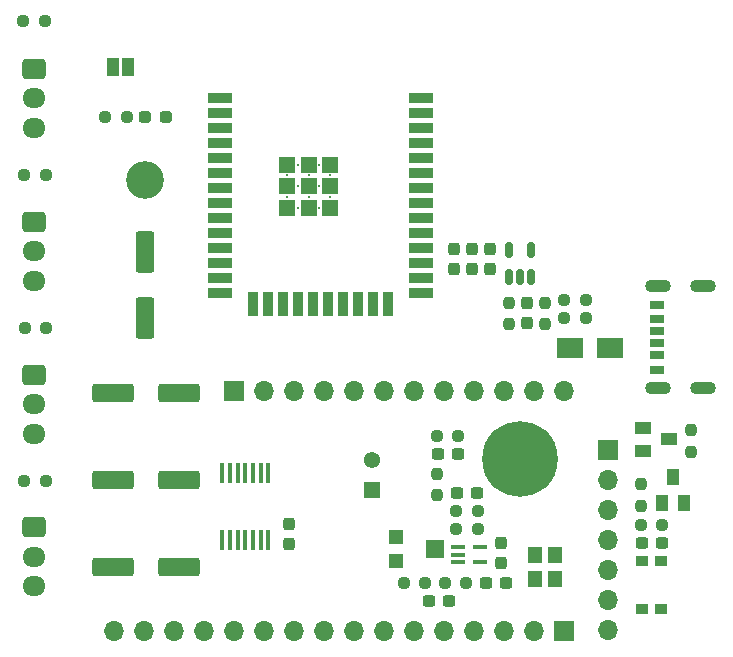
<source format=gbr>
%TF.GenerationSoftware,KiCad,Pcbnew,(6.0.0-0)*%
%TF.CreationDate,2022-01-22T21:55:44+01:00*%
%TF.ProjectId,GlowCore,476c6f77-436f-4726-952e-6b696361645f,rev?*%
%TF.SameCoordinates,Original*%
%TF.FileFunction,Soldermask,Top*%
%TF.FilePolarity,Negative*%
%FSLAX46Y46*%
G04 Gerber Fmt 4.6, Leading zero omitted, Abs format (unit mm)*
G04 Created by KiCad (PCBNEW (6.0.0-0)) date 2022-01-22 21:55:44*
%MOMM*%
%LPD*%
G01*
G04 APERTURE LIST*
G04 Aperture macros list*
%AMRoundRect*
0 Rectangle with rounded corners*
0 $1 Rounding radius*
0 $2 $3 $4 $5 $6 $7 $8 $9 X,Y pos of 4 corners*
0 Add a 4 corners polygon primitive as box body*
4,1,4,$2,$3,$4,$5,$6,$7,$8,$9,$2,$3,0*
0 Add four circle primitives for the rounded corners*
1,1,$1+$1,$2,$3*
1,1,$1+$1,$4,$5*
1,1,$1+$1,$6,$7*
1,1,$1+$1,$8,$9*
0 Add four rect primitives between the rounded corners*
20,1,$1+$1,$2,$3,$4,$5,0*
20,1,$1+$1,$4,$5,$6,$7,0*
20,1,$1+$1,$6,$7,$8,$9,0*
20,1,$1+$1,$8,$9,$2,$3,0*%
G04 Aperture macros list end*
%ADD10RoundRect,0.237500X-0.300000X-0.237500X0.300000X-0.237500X0.300000X0.237500X-0.300000X0.237500X0*%
%ADD11RoundRect,0.237500X-0.250000X-0.237500X0.250000X-0.237500X0.250000X0.237500X-0.250000X0.237500X0*%
%ADD12C,0.300000*%
%ADD13R,1.330000X1.330000*%
%ADD14R,2.000000X0.900000*%
%ADD15R,0.900000X2.000000*%
%ADD16R,1.200000X0.400000*%
%ADD17R,2.209800X1.701800*%
%ADD18RoundRect,0.237500X-0.237500X0.250000X-0.237500X-0.250000X0.237500X-0.250000X0.237500X0.250000X0*%
%ADD19R,1.400000X1.000000*%
%ADD20R,1.200000X0.700000*%
%ADD21R,1.200000X0.760000*%
%ADD22R,1.200000X0.800000*%
%ADD23O,2.200000X1.100000*%
%ADD24RoundRect,0.250000X-0.725000X0.600000X-0.725000X-0.600000X0.725000X-0.600000X0.725000X0.600000X0*%
%ADD25O,1.950000X1.700000*%
%ADD26R,1.700000X1.700000*%
%ADD27O,1.700000X1.700000*%
%ADD28R,1.200000X1.470000*%
%ADD29RoundRect,0.237500X-0.237500X0.300000X-0.237500X-0.300000X0.237500X-0.300000X0.237500X0.300000X0*%
%ADD30R,1.000000X0.900000*%
%ADD31RoundRect,0.250000X0.550000X-1.500000X0.550000X1.500000X-0.550000X1.500000X-0.550000X-1.500000X0*%
%ADD32C,6.400000*%
%ADD33RoundRect,0.237500X0.287500X0.237500X-0.287500X0.237500X-0.287500X-0.237500X0.287500X-0.237500X0*%
%ADD34RoundRect,0.237500X0.237500X-0.250000X0.237500X0.250000X-0.237500X0.250000X-0.237500X-0.250000X0*%
%ADD35RoundRect,0.250000X1.500000X0.550000X-1.500000X0.550000X-1.500000X-0.550000X1.500000X-0.550000X0*%
%ADD36RoundRect,0.237500X0.237500X-0.300000X0.237500X0.300000X-0.237500X0.300000X-0.237500X-0.300000X0*%
%ADD37RoundRect,0.237500X0.300000X0.237500X-0.300000X0.237500X-0.300000X-0.237500X0.300000X-0.237500X0*%
%ADD38R,1.000000X1.500000*%
%ADD39R,1.000000X1.400000*%
%ADD40R,1.378000X1.378000*%
%ADD41C,1.378000*%
%ADD42RoundRect,0.237500X0.250000X0.237500X-0.250000X0.237500X-0.250000X-0.237500X0.250000X-0.237500X0*%
%ADD43R,0.355600X1.676400*%
%ADD44C,3.200000*%
%ADD45R,1.200000X1.200000*%
%ADD46R,1.500000X1.600000*%
%ADD47RoundRect,0.150000X0.150000X-0.512500X0.150000X0.512500X-0.150000X0.512500X-0.150000X-0.512500X0*%
G04 APERTURE END LIST*
D10*
%TO.C,C10*%
X158014500Y-120015000D03*
X159739500Y-120015000D03*
%TD*%
D11*
%TO.C,R22*%
X158625200Y-130937000D03*
X160450200Y-130937000D03*
%TD*%
D12*
%TO.C,U7*%
X148017400Y-99156800D03*
X146182400Y-99156800D03*
X148934900Y-98239300D03*
X147099900Y-98239300D03*
X145264900Y-98239300D03*
X148017400Y-97321800D03*
X146182400Y-97321800D03*
X148934900Y-96404300D03*
X147099900Y-96404300D03*
X145264900Y-96404300D03*
X148017400Y-95486800D03*
X146182400Y-95486800D03*
D13*
X148934900Y-99156800D03*
X147099900Y-99156800D03*
X145264900Y-99156800D03*
X148934900Y-97321800D03*
X147099900Y-97321800D03*
X145264900Y-97321800D03*
X148934900Y-95486800D03*
X147099900Y-95486800D03*
X145264900Y-95486800D03*
D14*
X156599900Y-89821800D03*
X156599900Y-91091800D03*
X156599900Y-92361800D03*
X156599900Y-93631800D03*
X156599900Y-94901800D03*
X156599900Y-96171800D03*
X156599900Y-97441800D03*
X156599900Y-98711800D03*
X156599900Y-99981800D03*
X156599900Y-101251800D03*
X156599900Y-102521800D03*
X156599900Y-103791800D03*
X156599900Y-105061800D03*
X156599900Y-106331800D03*
D15*
X153814900Y-107331800D03*
X152544900Y-107331800D03*
X151274900Y-107331800D03*
X150004900Y-107331800D03*
X148734900Y-107331800D03*
X147464900Y-107331800D03*
X146194900Y-107331800D03*
X144924900Y-107331800D03*
X143654900Y-107331800D03*
X142384900Y-107331800D03*
D14*
X139599900Y-106331800D03*
X139599900Y-105061800D03*
X139599900Y-103791800D03*
X139599900Y-102521800D03*
X139599900Y-101251800D03*
X139599900Y-99981800D03*
X139599900Y-98711800D03*
X139599900Y-97441800D03*
X139599900Y-96171800D03*
X139599900Y-94901800D03*
X139599900Y-93631800D03*
X139599900Y-92361800D03*
X139599900Y-91091800D03*
X139599900Y-89821800D03*
%TD*%
D11*
%TO.C,R7*%
X123063000Y-109307000D03*
X124888000Y-109307000D03*
%TD*%
%TO.C,R11*%
X129897500Y-91440000D03*
X131722500Y-91440000D03*
%TD*%
D16*
%TO.C,IC1*%
X159730700Y-127874000D03*
X159730700Y-128524000D03*
X159730700Y-129174000D03*
X161630700Y-129174000D03*
X161630700Y-127874000D03*
%TD*%
D17*
%TO.C,U6*%
X169240200Y-110998000D03*
X172643800Y-110998000D03*
%TD*%
D18*
%TO.C,R17*%
X179451000Y-117959500D03*
X179451000Y-119784500D03*
%TD*%
D19*
%TO.C,Q2*%
X175430000Y-117795000D03*
X175430000Y-119695000D03*
X177630000Y-118745000D03*
%TD*%
D20*
%TO.C,J2*%
X176587000Y-110609000D03*
D21*
X176587000Y-108589000D03*
D22*
X176587000Y-107359000D03*
D20*
X176587000Y-109609000D03*
D21*
X176587000Y-111629000D03*
D22*
X176587000Y-112859000D03*
D23*
X180467000Y-114429000D03*
X180467000Y-105789000D03*
X176667000Y-114429000D03*
X176667000Y-105789000D03*
%TD*%
D11*
%TO.C,R8*%
X123039500Y-96353000D03*
X124864500Y-96353000D03*
%TD*%
D24*
%TO.C,LED3*%
X123825000Y-100330000D03*
D25*
X123825000Y-102830000D03*
X123825000Y-105330000D03*
%TD*%
D26*
%TO.C,JP2*%
X168710000Y-135001000D03*
D27*
X166170000Y-135001000D03*
X163630000Y-135001000D03*
X161090000Y-135001000D03*
X158550000Y-135001000D03*
X156010000Y-135001000D03*
X153470000Y-135001000D03*
X150930000Y-135001000D03*
X148390000Y-135001000D03*
X145850000Y-135001000D03*
X143310000Y-135001000D03*
X140770000Y-135001000D03*
X138230000Y-135001000D03*
X135690000Y-135001000D03*
X133150000Y-135001000D03*
X130610000Y-135001000D03*
%TD*%
D28*
%TO.C,FB1*%
X167963000Y-128524000D03*
X166243000Y-128524000D03*
%TD*%
D29*
%TO.C,C2*%
X162433000Y-102642500D03*
X162433000Y-104367500D03*
%TD*%
D30*
%TO.C,RESET1*%
X175349000Y-133114000D03*
X175349000Y-129014000D03*
X176949000Y-133114000D03*
X176949000Y-129014000D03*
%TD*%
D11*
%TO.C,R6*%
X123039500Y-122261000D03*
X124864500Y-122261000D03*
%TD*%
D24*
%TO.C,LED1*%
X123825000Y-126198000D03*
D25*
X123825000Y-128698000D03*
X123825000Y-131198000D03*
%TD*%
D28*
%TO.C,FB2*%
X167992000Y-130556000D03*
X166272000Y-130556000D03*
%TD*%
D24*
%TO.C,LED4*%
X123825000Y-87376000D03*
D25*
X123825000Y-89876000D03*
X123825000Y-92376000D03*
%TD*%
D11*
%TO.C,R16*%
X168759500Y-106934000D03*
X170584500Y-106934000D03*
%TD*%
D31*
%TO.C,C9*%
X133223000Y-108464000D03*
X133223000Y-102864000D03*
%TD*%
D32*
%TO.C,H2*%
X164973000Y-120396000D03*
%TD*%
D33*
%TO.C,D4*%
X134987000Y-91440000D03*
X133237000Y-91440000D03*
%TD*%
D34*
%TO.C,R2*%
X164084000Y-108989500D03*
X164084000Y-107164500D03*
%TD*%
D35*
%TO.C,C8*%
X136150000Y-114808000D03*
X130550000Y-114808000D03*
%TD*%
D36*
%TO.C,C1*%
X165608000Y-108939500D03*
X165608000Y-107214500D03*
%TD*%
D24*
%TO.C,LED2*%
X123825000Y-113284000D03*
D25*
X123825000Y-115784000D03*
X123825000Y-118284000D03*
%TD*%
D37*
%TO.C,C11*%
X161390500Y-123317000D03*
X159665500Y-123317000D03*
%TD*%
D10*
%TO.C,C12*%
X162078500Y-130937000D03*
X163803500Y-130937000D03*
%TD*%
D11*
%TO.C,R23*%
X155170500Y-130937000D03*
X156995500Y-130937000D03*
%TD*%
D34*
%TO.C,R1*%
X167132000Y-108989500D03*
X167132000Y-107164500D03*
%TD*%
D38*
%TO.C,Status_LED1*%
X131841000Y-87249000D03*
X130541000Y-87249000D03*
%TD*%
D11*
%TO.C,R19*%
X175236500Y-125984000D03*
X177061500Y-125984000D03*
%TD*%
%TO.C,R9*%
X122936000Y-83312000D03*
X124761000Y-83312000D03*
%TD*%
D29*
%TO.C,C5*%
X163347700Y-127534500D03*
X163347700Y-129259500D03*
%TD*%
D18*
%TO.C,R4*%
X157988000Y-121642500D03*
X157988000Y-123467500D03*
%TD*%
D26*
%TO.C,JP1*%
X140770000Y-114681000D03*
D27*
X143310000Y-114681000D03*
X145850000Y-114681000D03*
X148390000Y-114681000D03*
X150930000Y-114681000D03*
X153470000Y-114681000D03*
X156010000Y-114681000D03*
X158550000Y-114681000D03*
X161090000Y-114681000D03*
X163630000Y-114681000D03*
X166170000Y-114681000D03*
X168710000Y-114681000D03*
%TD*%
D35*
%TO.C,C7*%
X136150000Y-122174000D03*
X130550000Y-122174000D03*
%TD*%
D34*
%TO.C,R18*%
X175260000Y-124356500D03*
X175260000Y-122531500D03*
%TD*%
D26*
%TO.C,J1*%
X172466000Y-119634000D03*
D27*
X172466000Y-122174000D03*
X172466000Y-124714000D03*
X172466000Y-127254000D03*
X172466000Y-129794000D03*
X172466000Y-132334000D03*
X172466000Y-134874000D03*
%TD*%
D39*
%TO.C,Q3*%
X176977000Y-124163000D03*
X178877000Y-124163000D03*
X177927000Y-121963000D03*
%TD*%
D29*
%TO.C,C18*%
X159385000Y-102642500D03*
X159385000Y-104367500D03*
%TD*%
D40*
%TO.C,MK1*%
X152465000Y-123063000D03*
D41*
X152465000Y-120523000D03*
%TD*%
D37*
%TO.C,C13*%
X158977500Y-132461000D03*
X157252500Y-132461000D03*
%TD*%
D42*
%TO.C,R3*%
X159789500Y-118491000D03*
X157964500Y-118491000D03*
%TD*%
D35*
%TO.C,C6*%
X136150000Y-129540000D03*
X130550000Y-129540000D03*
%TD*%
D43*
%TO.C,U3*%
X143682001Y-121640600D03*
X143032000Y-121640600D03*
X142381999Y-121640600D03*
X141732000Y-121640600D03*
X141082001Y-121640600D03*
X140432000Y-121640600D03*
X139782001Y-121640600D03*
X139781999Y-127279400D03*
X140432000Y-127279400D03*
X141081999Y-127279400D03*
X141732000Y-127279400D03*
X142381999Y-127279400D03*
X143032000Y-127279400D03*
X143681999Y-127279400D03*
%TD*%
D42*
%TO.C,R20*%
X161440500Y-124841000D03*
X159615500Y-124841000D03*
%TD*%
D37*
%TO.C,C19*%
X177011500Y-127508000D03*
X175286500Y-127508000D03*
%TD*%
D29*
%TO.C,C3*%
X160909000Y-102642500D03*
X160909000Y-104367500D03*
%TD*%
D44*
%TO.C,H1*%
X133223000Y-96774000D03*
%TD*%
D45*
%TO.C,R24*%
X154537000Y-127016000D03*
D46*
X157787000Y-128016000D03*
D45*
X154537000Y-129016000D03*
%TD*%
D29*
%TO.C,C4*%
X145415000Y-125883500D03*
X145415000Y-127608500D03*
%TD*%
D11*
%TO.C,R21*%
X159615500Y-126365000D03*
X161440500Y-126365000D03*
%TD*%
D47*
%TO.C,U1*%
X164023000Y-105023500D03*
X164973000Y-105023500D03*
X165923000Y-105023500D03*
X165923000Y-102748500D03*
X164023000Y-102748500D03*
%TD*%
D11*
%TO.C,R15*%
X168759500Y-108458000D03*
X170584500Y-108458000D03*
%TD*%
M02*

</source>
